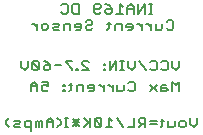
<source format=gbr>
G04 EAGLE Gerber RS-274X export*
G75*
%MOMM*%
%FSLAX34Y34*%
%LPD*%
%INSilkscreen Bottom*%
%IPPOS*%
%AMOC8*
5,1,8,0,0,1.08239X$1,22.5*%
G01*
%ADD10C,0.177800*%


D10*
X153071Y148029D02*
X150275Y148029D01*
X151673Y148029D02*
X151673Y156418D01*
X153071Y156418D02*
X150275Y156418D01*
X146834Y156418D02*
X146834Y148029D01*
X141241Y148029D02*
X146834Y156418D01*
X141241Y156418D02*
X141241Y148029D01*
X137479Y148029D02*
X137479Y153622D01*
X134683Y156418D01*
X131886Y153622D01*
X131886Y148029D01*
X131886Y152224D02*
X137479Y152224D01*
X128124Y153622D02*
X125327Y156418D01*
X125327Y148029D01*
X122531Y148029D02*
X128124Y148029D01*
X115972Y155020D02*
X113176Y156418D01*
X115972Y155020D02*
X118769Y152224D01*
X118769Y149427D01*
X117370Y148029D01*
X114574Y148029D01*
X113176Y149427D01*
X113176Y150825D01*
X114574Y152224D01*
X118769Y152224D01*
X109413Y149427D02*
X108015Y148029D01*
X105219Y148029D01*
X103821Y149427D01*
X103821Y155020D01*
X105219Y156418D01*
X108015Y156418D01*
X109413Y155020D01*
X109413Y153622D01*
X108015Y152224D01*
X103821Y152224D01*
X90703Y156418D02*
X90703Y148029D01*
X86509Y148029D01*
X85110Y149427D01*
X85110Y155020D01*
X86509Y156418D01*
X90703Y156418D01*
X77153Y156418D02*
X75755Y155020D01*
X77153Y156418D02*
X79950Y156418D01*
X81348Y155020D01*
X81348Y149427D01*
X79950Y148029D01*
X77153Y148029D01*
X75755Y149427D01*
X165258Y141050D02*
X166656Y142448D01*
X169453Y142448D01*
X170851Y141050D01*
X170851Y135457D01*
X169453Y134059D01*
X166656Y134059D01*
X165258Y135457D01*
X161496Y135457D02*
X161496Y139652D01*
X161496Y135457D02*
X160098Y134059D01*
X155903Y134059D01*
X155903Y139652D01*
X152141Y139652D02*
X152141Y134059D01*
X152141Y136855D02*
X149344Y139652D01*
X147946Y139652D01*
X144345Y139652D02*
X144345Y134059D01*
X144345Y136855D02*
X141548Y139652D01*
X140150Y139652D01*
X135151Y134059D02*
X132354Y134059D01*
X135151Y134059D02*
X136549Y135457D01*
X136549Y138254D01*
X135151Y139652D01*
X132354Y139652D01*
X130956Y138254D01*
X130956Y136855D01*
X136549Y136855D01*
X127194Y134059D02*
X127194Y139652D01*
X122999Y139652D01*
X121601Y138254D01*
X121601Y134059D01*
X116440Y135457D02*
X116440Y141050D01*
X116440Y135457D02*
X115042Y134059D01*
X115042Y139652D02*
X117838Y139652D01*
X98052Y142448D02*
X96654Y141050D01*
X98052Y142448D02*
X100848Y142448D01*
X102246Y141050D01*
X102246Y139652D01*
X100848Y138254D01*
X98052Y138254D01*
X96654Y136855D01*
X96654Y135457D01*
X98052Y134059D01*
X100848Y134059D01*
X102246Y135457D01*
X91493Y134059D02*
X88697Y134059D01*
X91493Y134059D02*
X92891Y135457D01*
X92891Y138254D01*
X91493Y139652D01*
X88697Y139652D01*
X87298Y138254D01*
X87298Y136855D01*
X92891Y136855D01*
X83536Y134059D02*
X83536Y139652D01*
X79341Y139652D01*
X77943Y138254D01*
X77943Y134059D01*
X74181Y134059D02*
X69986Y134059D01*
X68588Y135457D01*
X69986Y136855D01*
X72783Y136855D01*
X74181Y138254D01*
X72783Y139652D01*
X68588Y139652D01*
X63427Y134059D02*
X60631Y134059D01*
X59233Y135457D01*
X59233Y138254D01*
X60631Y139652D01*
X63427Y139652D01*
X64826Y138254D01*
X64826Y135457D01*
X63427Y134059D01*
X55470Y134059D02*
X55470Y139652D01*
X52674Y139652D02*
X55470Y136855D01*
X52674Y139652D02*
X51276Y139652D01*
X175641Y108338D02*
X175641Y102745D01*
X172845Y99949D01*
X170048Y102745D01*
X170048Y108338D01*
X162091Y108338D02*
X160693Y106940D01*
X162091Y108338D02*
X164888Y108338D01*
X166286Y106940D01*
X166286Y101347D01*
X164888Y99949D01*
X162091Y99949D01*
X160693Y101347D01*
X152736Y108338D02*
X151338Y106940D01*
X152736Y108338D02*
X155532Y108338D01*
X156931Y106940D01*
X156931Y101347D01*
X155532Y99949D01*
X152736Y99949D01*
X151338Y101347D01*
X147575Y99949D02*
X141983Y108338D01*
X138220Y108338D02*
X138220Y102745D01*
X135424Y99949D01*
X132628Y102745D01*
X132628Y108338D01*
X128865Y99949D02*
X126069Y99949D01*
X127467Y99949D02*
X127467Y108338D01*
X128865Y108338D02*
X126069Y108338D01*
X122628Y108338D02*
X122628Y99949D01*
X117036Y99949D02*
X122628Y108338D01*
X117036Y108338D02*
X117036Y99949D01*
X113273Y105542D02*
X111875Y105542D01*
X111875Y104144D01*
X113273Y104144D01*
X113273Y105542D01*
X113273Y101347D02*
X111875Y101347D01*
X111875Y99949D01*
X113273Y99949D01*
X113273Y101347D01*
X99240Y99949D02*
X93648Y99949D01*
X99240Y99949D02*
X93648Y105542D01*
X93648Y106940D01*
X95046Y108338D01*
X97842Y108338D01*
X99240Y106940D01*
X89885Y101347D02*
X89885Y99949D01*
X89885Y101347D02*
X88487Y101347D01*
X88487Y99949D01*
X89885Y99949D01*
X85208Y108338D02*
X79615Y108338D01*
X79615Y106940D01*
X85208Y101347D01*
X85208Y99949D01*
X75852Y104144D02*
X70260Y104144D01*
X63701Y106940D02*
X60904Y108338D01*
X63701Y106940D02*
X66497Y104144D01*
X66497Y101347D01*
X65099Y99949D01*
X62303Y99949D01*
X60904Y101347D01*
X60904Y102745D01*
X62303Y104144D01*
X66497Y104144D01*
X57142Y106940D02*
X57142Y101347D01*
X57142Y106940D02*
X55744Y108338D01*
X52947Y108338D01*
X51549Y106940D01*
X51549Y101347D01*
X52947Y99949D01*
X55744Y99949D01*
X57142Y101347D01*
X51549Y106940D01*
X47787Y108338D02*
X47787Y102745D01*
X44990Y99949D01*
X42194Y102745D01*
X42194Y108338D01*
X175641Y90558D02*
X175641Y82169D01*
X172845Y87762D02*
X175641Y90558D01*
X172845Y87762D02*
X170048Y90558D01*
X170048Y82169D01*
X164888Y87762D02*
X162091Y87762D01*
X160693Y86364D01*
X160693Y82169D01*
X164888Y82169D01*
X166286Y83567D01*
X164888Y84965D01*
X160693Y84965D01*
X156931Y87762D02*
X151338Y82169D01*
X156931Y82169D02*
X151338Y87762D01*
X134026Y90558D02*
X132628Y89160D01*
X134026Y90558D02*
X136822Y90558D01*
X138220Y89160D01*
X138220Y83567D01*
X136822Y82169D01*
X134026Y82169D01*
X132628Y83567D01*
X128865Y83567D02*
X128865Y87762D01*
X128865Y83567D02*
X127467Y82169D01*
X123272Y82169D01*
X123272Y87762D01*
X119510Y87762D02*
X119510Y82169D01*
X119510Y84965D02*
X116714Y87762D01*
X115315Y87762D01*
X111714Y87762D02*
X111714Y82169D01*
X111714Y84965D02*
X108918Y87762D01*
X107519Y87762D01*
X102520Y82169D02*
X99723Y82169D01*
X102520Y82169D02*
X103918Y83567D01*
X103918Y86364D01*
X102520Y87762D01*
X99723Y87762D01*
X98325Y86364D01*
X98325Y84965D01*
X103918Y84965D01*
X94563Y82169D02*
X94563Y87762D01*
X90368Y87762D01*
X88970Y86364D01*
X88970Y82169D01*
X83809Y83567D02*
X83809Y89160D01*
X83809Y83567D02*
X82411Y82169D01*
X82411Y87762D02*
X85208Y87762D01*
X78971Y87762D02*
X77573Y87762D01*
X77573Y86364D01*
X78971Y86364D01*
X78971Y87762D01*
X78971Y83567D02*
X77573Y83567D01*
X77573Y82169D01*
X78971Y82169D01*
X78971Y83567D01*
X64938Y90558D02*
X59345Y90558D01*
X64938Y90558D02*
X64938Y86364D01*
X62142Y87762D01*
X60743Y87762D01*
X59345Y86364D01*
X59345Y83567D01*
X60743Y82169D01*
X63540Y82169D01*
X64938Y83567D01*
X55583Y82169D02*
X55583Y87762D01*
X52786Y90558D01*
X49990Y87762D01*
X49990Y82169D01*
X49990Y86364D02*
X55583Y86364D01*
X190881Y60078D02*
X190881Y54485D01*
X188085Y51689D01*
X185288Y54485D01*
X185288Y60078D01*
X180128Y51689D02*
X177331Y51689D01*
X175933Y53087D01*
X175933Y55884D01*
X177331Y57282D01*
X180128Y57282D01*
X181526Y55884D01*
X181526Y53087D01*
X180128Y51689D01*
X172171Y53087D02*
X172171Y57282D01*
X172171Y53087D02*
X170772Y51689D01*
X166578Y51689D01*
X166578Y57282D01*
X161417Y58680D02*
X161417Y53087D01*
X160019Y51689D01*
X160019Y57282D02*
X162815Y57282D01*
X156579Y54485D02*
X150986Y54485D01*
X150986Y57282D02*
X156579Y57282D01*
X147223Y60078D02*
X147223Y51689D01*
X147223Y60078D02*
X143029Y60078D01*
X141631Y58680D01*
X141631Y55884D01*
X143029Y54485D01*
X147223Y54485D01*
X144427Y54485D02*
X141631Y51689D01*
X137868Y51689D02*
X137868Y60078D01*
X137868Y51689D02*
X132276Y51689D01*
X128513Y51689D02*
X122920Y60078D01*
X119158Y57282D02*
X116362Y60078D01*
X116362Y51689D01*
X119158Y51689D02*
X113565Y51689D01*
X109803Y53087D02*
X109803Y58680D01*
X108405Y60078D01*
X105608Y60078D01*
X104210Y58680D01*
X104210Y53087D01*
X105608Y51689D01*
X108405Y51689D01*
X109803Y53087D01*
X104210Y58680D01*
X100448Y60078D02*
X100448Y51689D01*
X100448Y54485D02*
X94855Y60078D01*
X99049Y55884D02*
X94855Y51689D01*
X91092Y58680D02*
X85500Y53087D01*
X91092Y53087D02*
X85500Y58680D01*
X85500Y55884D02*
X91092Y55884D01*
X88296Y53087D02*
X88296Y58680D01*
X81737Y51689D02*
X78941Y51689D01*
X80339Y51689D02*
X80339Y60078D01*
X81737Y60078D02*
X78941Y60078D01*
X75500Y54485D02*
X72704Y51689D01*
X75500Y54485D02*
X75500Y57282D01*
X72704Y60078D01*
X69264Y57282D02*
X69264Y51689D01*
X69264Y57282D02*
X66467Y60078D01*
X63671Y57282D01*
X63671Y51689D01*
X63671Y55884D02*
X69264Y55884D01*
X59908Y57282D02*
X59908Y51689D01*
X59908Y57282D02*
X58510Y57282D01*
X57112Y55884D01*
X57112Y51689D01*
X57112Y55884D02*
X55714Y57282D01*
X54316Y55884D01*
X54316Y51689D01*
X50553Y48893D02*
X50553Y57282D01*
X46359Y57282D01*
X44960Y55884D01*
X44960Y53087D01*
X46359Y51689D01*
X50553Y51689D01*
X41198Y51689D02*
X37003Y51689D01*
X35605Y53087D01*
X37003Y54485D01*
X39800Y54485D01*
X41198Y55884D01*
X39800Y57282D01*
X35605Y57282D01*
X31843Y51689D02*
X29046Y54485D01*
X29046Y57282D01*
X31843Y60078D01*
M02*

</source>
